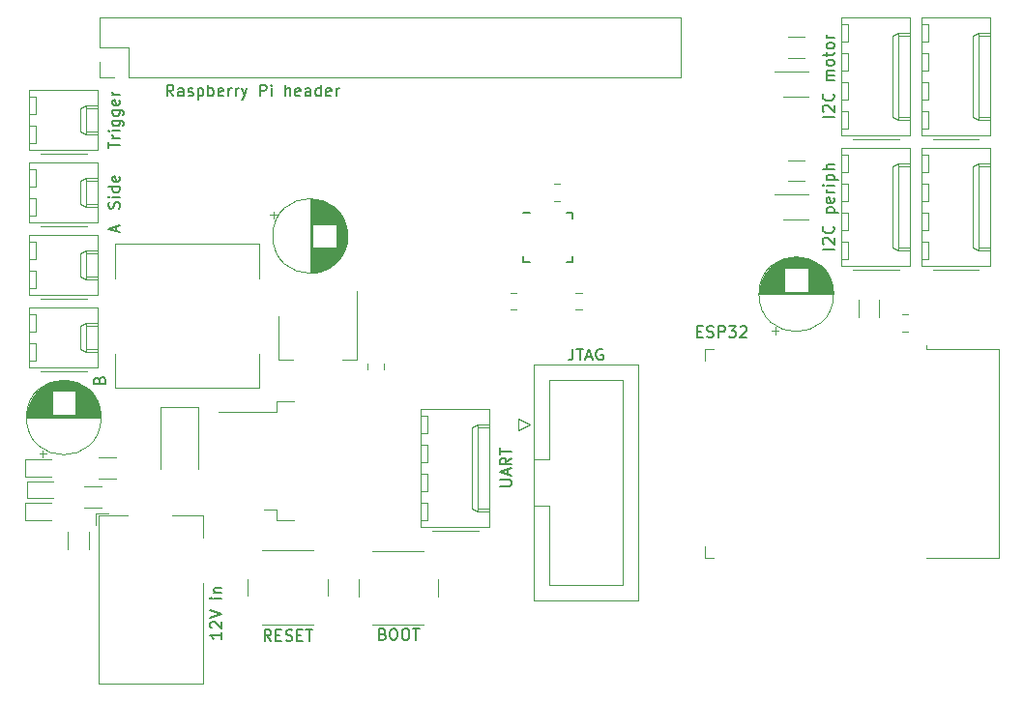
<source format=gbr>
%TF.GenerationSoftware,KiCad,Pcbnew,5.1.9+dfsg1-1*%
%TF.CreationDate,2021-09-29T19:21:48+02:00*%
%TF.ProjectId,main_board,6d61696e-5f62-46f6-9172-642e6b696361,rev?*%
%TF.SameCoordinates,Original*%
%TF.FileFunction,Legend,Top*%
%TF.FilePolarity,Positive*%
%FSLAX46Y46*%
G04 Gerber Fmt 4.6, Leading zero omitted, Abs format (unit mm)*
G04 Created by KiCad (PCBNEW 5.1.9+dfsg1-1) date 2021-09-29 19:21:48*
%MOMM*%
%LPD*%
G01*
G04 APERTURE LIST*
%ADD10C,0.120000*%
%ADD11C,0.150000*%
G04 APERTURE END LIST*
D10*
%TO.C,C1*%
X48355000Y-76855000D02*
G75*
G03*
X48355000Y-76855000I-3270000J0D01*
G01*
X41855000Y-76855000D02*
X48315000Y-76855000D01*
X41855000Y-76815000D02*
X48315000Y-76815000D01*
X41855000Y-76775000D02*
X48315000Y-76775000D01*
X41857000Y-76735000D02*
X48313000Y-76735000D01*
X41858000Y-76695000D02*
X48312000Y-76695000D01*
X41861000Y-76655000D02*
X48309000Y-76655000D01*
X41863000Y-76615000D02*
X44045000Y-76615000D01*
X46125000Y-76615000D02*
X48307000Y-76615000D01*
X41867000Y-76575000D02*
X44045000Y-76575000D01*
X46125000Y-76575000D02*
X48303000Y-76575000D01*
X41870000Y-76535000D02*
X44045000Y-76535000D01*
X46125000Y-76535000D02*
X48300000Y-76535000D01*
X41874000Y-76495000D02*
X44045000Y-76495000D01*
X46125000Y-76495000D02*
X48296000Y-76495000D01*
X41879000Y-76455000D02*
X44045000Y-76455000D01*
X46125000Y-76455000D02*
X48291000Y-76455000D01*
X41884000Y-76415000D02*
X44045000Y-76415000D01*
X46125000Y-76415000D02*
X48286000Y-76415000D01*
X41890000Y-76375000D02*
X44045000Y-76375000D01*
X46125000Y-76375000D02*
X48280000Y-76375000D01*
X41896000Y-76335000D02*
X44045000Y-76335000D01*
X46125000Y-76335000D02*
X48274000Y-76335000D01*
X41903000Y-76295000D02*
X44045000Y-76295000D01*
X46125000Y-76295000D02*
X48267000Y-76295000D01*
X41910000Y-76255000D02*
X44045000Y-76255000D01*
X46125000Y-76255000D02*
X48260000Y-76255000D01*
X41918000Y-76215000D02*
X44045000Y-76215000D01*
X46125000Y-76215000D02*
X48252000Y-76215000D01*
X41926000Y-76175000D02*
X44045000Y-76175000D01*
X46125000Y-76175000D02*
X48244000Y-76175000D01*
X41935000Y-76134000D02*
X44045000Y-76134000D01*
X46125000Y-76134000D02*
X48235000Y-76134000D01*
X41944000Y-76094000D02*
X44045000Y-76094000D01*
X46125000Y-76094000D02*
X48226000Y-76094000D01*
X41954000Y-76054000D02*
X44045000Y-76054000D01*
X46125000Y-76054000D02*
X48216000Y-76054000D01*
X41964000Y-76014000D02*
X44045000Y-76014000D01*
X46125000Y-76014000D02*
X48206000Y-76014000D01*
X41975000Y-75974000D02*
X44045000Y-75974000D01*
X46125000Y-75974000D02*
X48195000Y-75974000D01*
X41987000Y-75934000D02*
X44045000Y-75934000D01*
X46125000Y-75934000D02*
X48183000Y-75934000D01*
X41999000Y-75894000D02*
X44045000Y-75894000D01*
X46125000Y-75894000D02*
X48171000Y-75894000D01*
X42011000Y-75854000D02*
X44045000Y-75854000D01*
X46125000Y-75854000D02*
X48159000Y-75854000D01*
X42024000Y-75814000D02*
X44045000Y-75814000D01*
X46125000Y-75814000D02*
X48146000Y-75814000D01*
X42038000Y-75774000D02*
X44045000Y-75774000D01*
X46125000Y-75774000D02*
X48132000Y-75774000D01*
X42052000Y-75734000D02*
X44045000Y-75734000D01*
X46125000Y-75734000D02*
X48118000Y-75734000D01*
X42067000Y-75694000D02*
X44045000Y-75694000D01*
X46125000Y-75694000D02*
X48103000Y-75694000D01*
X42083000Y-75654000D02*
X44045000Y-75654000D01*
X46125000Y-75654000D02*
X48087000Y-75654000D01*
X42099000Y-75614000D02*
X44045000Y-75614000D01*
X46125000Y-75614000D02*
X48071000Y-75614000D01*
X42115000Y-75574000D02*
X44045000Y-75574000D01*
X46125000Y-75574000D02*
X48055000Y-75574000D01*
X42133000Y-75534000D02*
X44045000Y-75534000D01*
X46125000Y-75534000D02*
X48037000Y-75534000D01*
X42151000Y-75494000D02*
X44045000Y-75494000D01*
X46125000Y-75494000D02*
X48019000Y-75494000D01*
X42169000Y-75454000D02*
X44045000Y-75454000D01*
X46125000Y-75454000D02*
X48001000Y-75454000D01*
X42189000Y-75414000D02*
X44045000Y-75414000D01*
X46125000Y-75414000D02*
X47981000Y-75414000D01*
X42209000Y-75374000D02*
X44045000Y-75374000D01*
X46125000Y-75374000D02*
X47961000Y-75374000D01*
X42229000Y-75334000D02*
X44045000Y-75334000D01*
X46125000Y-75334000D02*
X47941000Y-75334000D01*
X42251000Y-75294000D02*
X44045000Y-75294000D01*
X46125000Y-75294000D02*
X47919000Y-75294000D01*
X42273000Y-75254000D02*
X44045000Y-75254000D01*
X46125000Y-75254000D02*
X47897000Y-75254000D01*
X42295000Y-75214000D02*
X44045000Y-75214000D01*
X46125000Y-75214000D02*
X47875000Y-75214000D01*
X42319000Y-75174000D02*
X44045000Y-75174000D01*
X46125000Y-75174000D02*
X47851000Y-75174000D01*
X42343000Y-75134000D02*
X44045000Y-75134000D01*
X46125000Y-75134000D02*
X47827000Y-75134000D01*
X42369000Y-75094000D02*
X44045000Y-75094000D01*
X46125000Y-75094000D02*
X47801000Y-75094000D01*
X42395000Y-75054000D02*
X44045000Y-75054000D01*
X46125000Y-75054000D02*
X47775000Y-75054000D01*
X42421000Y-75014000D02*
X44045000Y-75014000D01*
X46125000Y-75014000D02*
X47749000Y-75014000D01*
X42449000Y-74974000D02*
X44045000Y-74974000D01*
X46125000Y-74974000D02*
X47721000Y-74974000D01*
X42478000Y-74934000D02*
X44045000Y-74934000D01*
X46125000Y-74934000D02*
X47692000Y-74934000D01*
X42507000Y-74894000D02*
X44045000Y-74894000D01*
X46125000Y-74894000D02*
X47663000Y-74894000D01*
X42537000Y-74854000D02*
X44045000Y-74854000D01*
X46125000Y-74854000D02*
X47633000Y-74854000D01*
X42569000Y-74814000D02*
X44045000Y-74814000D01*
X46125000Y-74814000D02*
X47601000Y-74814000D01*
X42601000Y-74774000D02*
X44045000Y-74774000D01*
X46125000Y-74774000D02*
X47569000Y-74774000D01*
X42635000Y-74734000D02*
X44045000Y-74734000D01*
X46125000Y-74734000D02*
X47535000Y-74734000D01*
X42669000Y-74694000D02*
X44045000Y-74694000D01*
X46125000Y-74694000D02*
X47501000Y-74694000D01*
X42705000Y-74654000D02*
X44045000Y-74654000D01*
X46125000Y-74654000D02*
X47465000Y-74654000D01*
X42742000Y-74614000D02*
X44045000Y-74614000D01*
X46125000Y-74614000D02*
X47428000Y-74614000D01*
X42780000Y-74574000D02*
X44045000Y-74574000D01*
X46125000Y-74574000D02*
X47390000Y-74574000D01*
X42820000Y-74534000D02*
X47350000Y-74534000D01*
X42861000Y-74494000D02*
X47309000Y-74494000D01*
X42903000Y-74454000D02*
X47267000Y-74454000D01*
X42948000Y-74414000D02*
X47222000Y-74414000D01*
X42993000Y-74374000D02*
X47177000Y-74374000D01*
X43041000Y-74334000D02*
X47129000Y-74334000D01*
X43090000Y-74294000D02*
X47080000Y-74294000D01*
X43141000Y-74254000D02*
X47029000Y-74254000D01*
X43195000Y-74214000D02*
X46975000Y-74214000D01*
X43251000Y-74174000D02*
X46919000Y-74174000D01*
X43309000Y-74134000D02*
X46861000Y-74134000D01*
X43371000Y-74094000D02*
X46799000Y-74094000D01*
X43435000Y-74054000D02*
X46735000Y-74054000D01*
X43504000Y-74014000D02*
X46666000Y-74014000D01*
X43576000Y-73974000D02*
X46594000Y-73974000D01*
X43653000Y-73934000D02*
X46517000Y-73934000D01*
X43735000Y-73894000D02*
X46435000Y-73894000D01*
X43823000Y-73854000D02*
X46347000Y-73854000D01*
X43920000Y-73814000D02*
X46250000Y-73814000D01*
X44026000Y-73774000D02*
X46144000Y-73774000D01*
X44145000Y-73734000D02*
X46025000Y-73734000D01*
X44283000Y-73694000D02*
X45887000Y-73694000D01*
X44452000Y-73654000D02*
X45718000Y-73654000D01*
X44683000Y-73614000D02*
X45487000Y-73614000D01*
X43246000Y-80355241D02*
X43246000Y-79725241D01*
X42931000Y-80040241D02*
X43561000Y-80040241D01*
%TO.C,C2*%
X63469759Y-58806000D02*
X63469759Y-59436000D01*
X63154759Y-59121000D02*
X63784759Y-59121000D01*
X69896000Y-60558000D02*
X69896000Y-61362000D01*
X69856000Y-60327000D02*
X69856000Y-61593000D01*
X69816000Y-60158000D02*
X69816000Y-61762000D01*
X69776000Y-60020000D02*
X69776000Y-61900000D01*
X69736000Y-59901000D02*
X69736000Y-62019000D01*
X69696000Y-59795000D02*
X69696000Y-62125000D01*
X69656000Y-59698000D02*
X69656000Y-62222000D01*
X69616000Y-59610000D02*
X69616000Y-62310000D01*
X69576000Y-59528000D02*
X69576000Y-62392000D01*
X69536000Y-59451000D02*
X69536000Y-62469000D01*
X69496000Y-59379000D02*
X69496000Y-62541000D01*
X69456000Y-59310000D02*
X69456000Y-62610000D01*
X69416000Y-59246000D02*
X69416000Y-62674000D01*
X69376000Y-59184000D02*
X69376000Y-62736000D01*
X69336000Y-59126000D02*
X69336000Y-62794000D01*
X69296000Y-59070000D02*
X69296000Y-62850000D01*
X69256000Y-59016000D02*
X69256000Y-62904000D01*
X69216000Y-58965000D02*
X69216000Y-62955000D01*
X69176000Y-58916000D02*
X69176000Y-63004000D01*
X69136000Y-58868000D02*
X69136000Y-63052000D01*
X69096000Y-58823000D02*
X69096000Y-63097000D01*
X69056000Y-58778000D02*
X69056000Y-63142000D01*
X69016000Y-58736000D02*
X69016000Y-63184000D01*
X68976000Y-58695000D02*
X68976000Y-63225000D01*
X68936000Y-62000000D02*
X68936000Y-63265000D01*
X68936000Y-58655000D02*
X68936000Y-59920000D01*
X68896000Y-62000000D02*
X68896000Y-63303000D01*
X68896000Y-58617000D02*
X68896000Y-59920000D01*
X68856000Y-62000000D02*
X68856000Y-63340000D01*
X68856000Y-58580000D02*
X68856000Y-59920000D01*
X68816000Y-62000000D02*
X68816000Y-63376000D01*
X68816000Y-58544000D02*
X68816000Y-59920000D01*
X68776000Y-62000000D02*
X68776000Y-63410000D01*
X68776000Y-58510000D02*
X68776000Y-59920000D01*
X68736000Y-62000000D02*
X68736000Y-63444000D01*
X68736000Y-58476000D02*
X68736000Y-59920000D01*
X68696000Y-62000000D02*
X68696000Y-63476000D01*
X68696000Y-58444000D02*
X68696000Y-59920000D01*
X68656000Y-62000000D02*
X68656000Y-63508000D01*
X68656000Y-58412000D02*
X68656000Y-59920000D01*
X68616000Y-62000000D02*
X68616000Y-63538000D01*
X68616000Y-58382000D02*
X68616000Y-59920000D01*
X68576000Y-62000000D02*
X68576000Y-63567000D01*
X68576000Y-58353000D02*
X68576000Y-59920000D01*
X68536000Y-62000000D02*
X68536000Y-63596000D01*
X68536000Y-58324000D02*
X68536000Y-59920000D01*
X68496000Y-62000000D02*
X68496000Y-63624000D01*
X68496000Y-58296000D02*
X68496000Y-59920000D01*
X68456000Y-62000000D02*
X68456000Y-63650000D01*
X68456000Y-58270000D02*
X68456000Y-59920000D01*
X68416000Y-62000000D02*
X68416000Y-63676000D01*
X68416000Y-58244000D02*
X68416000Y-59920000D01*
X68376000Y-62000000D02*
X68376000Y-63702000D01*
X68376000Y-58218000D02*
X68376000Y-59920000D01*
X68336000Y-62000000D02*
X68336000Y-63726000D01*
X68336000Y-58194000D02*
X68336000Y-59920000D01*
X68296000Y-62000000D02*
X68296000Y-63750000D01*
X68296000Y-58170000D02*
X68296000Y-59920000D01*
X68256000Y-62000000D02*
X68256000Y-63772000D01*
X68256000Y-58148000D02*
X68256000Y-59920000D01*
X68216000Y-62000000D02*
X68216000Y-63794000D01*
X68216000Y-58126000D02*
X68216000Y-59920000D01*
X68176000Y-62000000D02*
X68176000Y-63816000D01*
X68176000Y-58104000D02*
X68176000Y-59920000D01*
X68136000Y-62000000D02*
X68136000Y-63836000D01*
X68136000Y-58084000D02*
X68136000Y-59920000D01*
X68096000Y-62000000D02*
X68096000Y-63856000D01*
X68096000Y-58064000D02*
X68096000Y-59920000D01*
X68056000Y-62000000D02*
X68056000Y-63876000D01*
X68056000Y-58044000D02*
X68056000Y-59920000D01*
X68016000Y-62000000D02*
X68016000Y-63894000D01*
X68016000Y-58026000D02*
X68016000Y-59920000D01*
X67976000Y-62000000D02*
X67976000Y-63912000D01*
X67976000Y-58008000D02*
X67976000Y-59920000D01*
X67936000Y-62000000D02*
X67936000Y-63930000D01*
X67936000Y-57990000D02*
X67936000Y-59920000D01*
X67896000Y-62000000D02*
X67896000Y-63946000D01*
X67896000Y-57974000D02*
X67896000Y-59920000D01*
X67856000Y-62000000D02*
X67856000Y-63962000D01*
X67856000Y-57958000D02*
X67856000Y-59920000D01*
X67816000Y-62000000D02*
X67816000Y-63978000D01*
X67816000Y-57942000D02*
X67816000Y-59920000D01*
X67776000Y-62000000D02*
X67776000Y-63993000D01*
X67776000Y-57927000D02*
X67776000Y-59920000D01*
X67736000Y-62000000D02*
X67736000Y-64007000D01*
X67736000Y-57913000D02*
X67736000Y-59920000D01*
X67696000Y-62000000D02*
X67696000Y-64021000D01*
X67696000Y-57899000D02*
X67696000Y-59920000D01*
X67656000Y-62000000D02*
X67656000Y-64034000D01*
X67656000Y-57886000D02*
X67656000Y-59920000D01*
X67616000Y-62000000D02*
X67616000Y-64046000D01*
X67616000Y-57874000D02*
X67616000Y-59920000D01*
X67576000Y-62000000D02*
X67576000Y-64058000D01*
X67576000Y-57862000D02*
X67576000Y-59920000D01*
X67536000Y-62000000D02*
X67536000Y-64070000D01*
X67536000Y-57850000D02*
X67536000Y-59920000D01*
X67496000Y-62000000D02*
X67496000Y-64081000D01*
X67496000Y-57839000D02*
X67496000Y-59920000D01*
X67456000Y-62000000D02*
X67456000Y-64091000D01*
X67456000Y-57829000D02*
X67456000Y-59920000D01*
X67416000Y-62000000D02*
X67416000Y-64101000D01*
X67416000Y-57819000D02*
X67416000Y-59920000D01*
X67376000Y-62000000D02*
X67376000Y-64110000D01*
X67376000Y-57810000D02*
X67376000Y-59920000D01*
X67335000Y-62000000D02*
X67335000Y-64119000D01*
X67335000Y-57801000D02*
X67335000Y-59920000D01*
X67295000Y-62000000D02*
X67295000Y-64127000D01*
X67295000Y-57793000D02*
X67295000Y-59920000D01*
X67255000Y-62000000D02*
X67255000Y-64135000D01*
X67255000Y-57785000D02*
X67255000Y-59920000D01*
X67215000Y-62000000D02*
X67215000Y-64142000D01*
X67215000Y-57778000D02*
X67215000Y-59920000D01*
X67175000Y-62000000D02*
X67175000Y-64149000D01*
X67175000Y-57771000D02*
X67175000Y-59920000D01*
X67135000Y-62000000D02*
X67135000Y-64155000D01*
X67135000Y-57765000D02*
X67135000Y-59920000D01*
X67095000Y-62000000D02*
X67095000Y-64161000D01*
X67095000Y-57759000D02*
X67095000Y-59920000D01*
X67055000Y-62000000D02*
X67055000Y-64166000D01*
X67055000Y-57754000D02*
X67055000Y-59920000D01*
X67015000Y-62000000D02*
X67015000Y-64171000D01*
X67015000Y-57749000D02*
X67015000Y-59920000D01*
X66975000Y-62000000D02*
X66975000Y-64175000D01*
X66975000Y-57745000D02*
X66975000Y-59920000D01*
X66935000Y-62000000D02*
X66935000Y-64178000D01*
X66935000Y-57742000D02*
X66935000Y-59920000D01*
X66895000Y-62000000D02*
X66895000Y-64182000D01*
X66895000Y-57738000D02*
X66895000Y-59920000D01*
X66855000Y-57736000D02*
X66855000Y-64184000D01*
X66815000Y-57733000D02*
X66815000Y-64187000D01*
X66775000Y-57732000D02*
X66775000Y-64188000D01*
X66735000Y-57730000D02*
X66735000Y-64190000D01*
X66695000Y-57730000D02*
X66695000Y-64190000D01*
X66655000Y-57730000D02*
X66655000Y-64190000D01*
X69925000Y-60960000D02*
G75*
G03*
X69925000Y-60960000I-3270000J0D01*
G01*
%TO.C,C3*%
X73125000Y-72651252D02*
X73125000Y-72128748D01*
X71655000Y-72651252D02*
X71655000Y-72128748D01*
%TO.C,C4*%
X118483748Y-67845000D02*
X119006252Y-67845000D01*
X118483748Y-69315000D02*
X119006252Y-69315000D01*
%TO.C,C5*%
X112490000Y-66060000D02*
G75*
G03*
X112490000Y-66060000I-3270000J0D01*
G01*
X105990000Y-66060000D02*
X112450000Y-66060000D01*
X105990000Y-66020000D02*
X112450000Y-66020000D01*
X105990000Y-65980000D02*
X112450000Y-65980000D01*
X105992000Y-65940000D02*
X112448000Y-65940000D01*
X105993000Y-65900000D02*
X112447000Y-65900000D01*
X105996000Y-65860000D02*
X112444000Y-65860000D01*
X105998000Y-65820000D02*
X108180000Y-65820000D01*
X110260000Y-65820000D02*
X112442000Y-65820000D01*
X106002000Y-65780000D02*
X108180000Y-65780000D01*
X110260000Y-65780000D02*
X112438000Y-65780000D01*
X106005000Y-65740000D02*
X108180000Y-65740000D01*
X110260000Y-65740000D02*
X112435000Y-65740000D01*
X106009000Y-65700000D02*
X108180000Y-65700000D01*
X110260000Y-65700000D02*
X112431000Y-65700000D01*
X106014000Y-65660000D02*
X108180000Y-65660000D01*
X110260000Y-65660000D02*
X112426000Y-65660000D01*
X106019000Y-65620000D02*
X108180000Y-65620000D01*
X110260000Y-65620000D02*
X112421000Y-65620000D01*
X106025000Y-65580000D02*
X108180000Y-65580000D01*
X110260000Y-65580000D02*
X112415000Y-65580000D01*
X106031000Y-65540000D02*
X108180000Y-65540000D01*
X110260000Y-65540000D02*
X112409000Y-65540000D01*
X106038000Y-65500000D02*
X108180000Y-65500000D01*
X110260000Y-65500000D02*
X112402000Y-65500000D01*
X106045000Y-65460000D02*
X108180000Y-65460000D01*
X110260000Y-65460000D02*
X112395000Y-65460000D01*
X106053000Y-65420000D02*
X108180000Y-65420000D01*
X110260000Y-65420000D02*
X112387000Y-65420000D01*
X106061000Y-65380000D02*
X108180000Y-65380000D01*
X110260000Y-65380000D02*
X112379000Y-65380000D01*
X106070000Y-65339000D02*
X108180000Y-65339000D01*
X110260000Y-65339000D02*
X112370000Y-65339000D01*
X106079000Y-65299000D02*
X108180000Y-65299000D01*
X110260000Y-65299000D02*
X112361000Y-65299000D01*
X106089000Y-65259000D02*
X108180000Y-65259000D01*
X110260000Y-65259000D02*
X112351000Y-65259000D01*
X106099000Y-65219000D02*
X108180000Y-65219000D01*
X110260000Y-65219000D02*
X112341000Y-65219000D01*
X106110000Y-65179000D02*
X108180000Y-65179000D01*
X110260000Y-65179000D02*
X112330000Y-65179000D01*
X106122000Y-65139000D02*
X108180000Y-65139000D01*
X110260000Y-65139000D02*
X112318000Y-65139000D01*
X106134000Y-65099000D02*
X108180000Y-65099000D01*
X110260000Y-65099000D02*
X112306000Y-65099000D01*
X106146000Y-65059000D02*
X108180000Y-65059000D01*
X110260000Y-65059000D02*
X112294000Y-65059000D01*
X106159000Y-65019000D02*
X108180000Y-65019000D01*
X110260000Y-65019000D02*
X112281000Y-65019000D01*
X106173000Y-64979000D02*
X108180000Y-64979000D01*
X110260000Y-64979000D02*
X112267000Y-64979000D01*
X106187000Y-64939000D02*
X108180000Y-64939000D01*
X110260000Y-64939000D02*
X112253000Y-64939000D01*
X106202000Y-64899000D02*
X108180000Y-64899000D01*
X110260000Y-64899000D02*
X112238000Y-64899000D01*
X106218000Y-64859000D02*
X108180000Y-64859000D01*
X110260000Y-64859000D02*
X112222000Y-64859000D01*
X106234000Y-64819000D02*
X108180000Y-64819000D01*
X110260000Y-64819000D02*
X112206000Y-64819000D01*
X106250000Y-64779000D02*
X108180000Y-64779000D01*
X110260000Y-64779000D02*
X112190000Y-64779000D01*
X106268000Y-64739000D02*
X108180000Y-64739000D01*
X110260000Y-64739000D02*
X112172000Y-64739000D01*
X106286000Y-64699000D02*
X108180000Y-64699000D01*
X110260000Y-64699000D02*
X112154000Y-64699000D01*
X106304000Y-64659000D02*
X108180000Y-64659000D01*
X110260000Y-64659000D02*
X112136000Y-64659000D01*
X106324000Y-64619000D02*
X108180000Y-64619000D01*
X110260000Y-64619000D02*
X112116000Y-64619000D01*
X106344000Y-64579000D02*
X108180000Y-64579000D01*
X110260000Y-64579000D02*
X112096000Y-64579000D01*
X106364000Y-64539000D02*
X108180000Y-64539000D01*
X110260000Y-64539000D02*
X112076000Y-64539000D01*
X106386000Y-64499000D02*
X108180000Y-64499000D01*
X110260000Y-64499000D02*
X112054000Y-64499000D01*
X106408000Y-64459000D02*
X108180000Y-64459000D01*
X110260000Y-64459000D02*
X112032000Y-64459000D01*
X106430000Y-64419000D02*
X108180000Y-64419000D01*
X110260000Y-64419000D02*
X112010000Y-64419000D01*
X106454000Y-64379000D02*
X108180000Y-64379000D01*
X110260000Y-64379000D02*
X111986000Y-64379000D01*
X106478000Y-64339000D02*
X108180000Y-64339000D01*
X110260000Y-64339000D02*
X111962000Y-64339000D01*
X106504000Y-64299000D02*
X108180000Y-64299000D01*
X110260000Y-64299000D02*
X111936000Y-64299000D01*
X106530000Y-64259000D02*
X108180000Y-64259000D01*
X110260000Y-64259000D02*
X111910000Y-64259000D01*
X106556000Y-64219000D02*
X108180000Y-64219000D01*
X110260000Y-64219000D02*
X111884000Y-64219000D01*
X106584000Y-64179000D02*
X108180000Y-64179000D01*
X110260000Y-64179000D02*
X111856000Y-64179000D01*
X106613000Y-64139000D02*
X108180000Y-64139000D01*
X110260000Y-64139000D02*
X111827000Y-64139000D01*
X106642000Y-64099000D02*
X108180000Y-64099000D01*
X110260000Y-64099000D02*
X111798000Y-64099000D01*
X106672000Y-64059000D02*
X108180000Y-64059000D01*
X110260000Y-64059000D02*
X111768000Y-64059000D01*
X106704000Y-64019000D02*
X108180000Y-64019000D01*
X110260000Y-64019000D02*
X111736000Y-64019000D01*
X106736000Y-63979000D02*
X108180000Y-63979000D01*
X110260000Y-63979000D02*
X111704000Y-63979000D01*
X106770000Y-63939000D02*
X108180000Y-63939000D01*
X110260000Y-63939000D02*
X111670000Y-63939000D01*
X106804000Y-63899000D02*
X108180000Y-63899000D01*
X110260000Y-63899000D02*
X111636000Y-63899000D01*
X106840000Y-63859000D02*
X108180000Y-63859000D01*
X110260000Y-63859000D02*
X111600000Y-63859000D01*
X106877000Y-63819000D02*
X108180000Y-63819000D01*
X110260000Y-63819000D02*
X111563000Y-63819000D01*
X106915000Y-63779000D02*
X108180000Y-63779000D01*
X110260000Y-63779000D02*
X111525000Y-63779000D01*
X106955000Y-63739000D02*
X111485000Y-63739000D01*
X106996000Y-63699000D02*
X111444000Y-63699000D01*
X107038000Y-63659000D02*
X111402000Y-63659000D01*
X107083000Y-63619000D02*
X111357000Y-63619000D01*
X107128000Y-63579000D02*
X111312000Y-63579000D01*
X107176000Y-63539000D02*
X111264000Y-63539000D01*
X107225000Y-63499000D02*
X111215000Y-63499000D01*
X107276000Y-63459000D02*
X111164000Y-63459000D01*
X107330000Y-63419000D02*
X111110000Y-63419000D01*
X107386000Y-63379000D02*
X111054000Y-63379000D01*
X107444000Y-63339000D02*
X110996000Y-63339000D01*
X107506000Y-63299000D02*
X110934000Y-63299000D01*
X107570000Y-63259000D02*
X110870000Y-63259000D01*
X107639000Y-63219000D02*
X110801000Y-63219000D01*
X107711000Y-63179000D02*
X110729000Y-63179000D01*
X107788000Y-63139000D02*
X110652000Y-63139000D01*
X107870000Y-63099000D02*
X110570000Y-63099000D01*
X107958000Y-63059000D02*
X110482000Y-63059000D01*
X108055000Y-63019000D02*
X110385000Y-63019000D01*
X108161000Y-62979000D02*
X110279000Y-62979000D01*
X108280000Y-62939000D02*
X110160000Y-62939000D01*
X108418000Y-62899000D02*
X110022000Y-62899000D01*
X108587000Y-62859000D02*
X109853000Y-62859000D01*
X108818000Y-62819000D02*
X109622000Y-62819000D01*
X107381000Y-69560241D02*
X107381000Y-68930241D01*
X107066000Y-69245241D02*
X107696000Y-69245241D01*
%TO.C,C6*%
X89908748Y-67410000D02*
X90431252Y-67410000D01*
X89908748Y-65940000D02*
X90431252Y-65940000D01*
%TO.C,C7*%
X84193748Y-65940000D02*
X84716252Y-65940000D01*
X84193748Y-67410000D02*
X84716252Y-67410000D01*
%TO.C,C8*%
X88003748Y-56415000D02*
X88526252Y-56415000D01*
X88003748Y-57885000D02*
X88526252Y-57885000D01*
%TO.C,D1*%
X56895000Y-75975000D02*
X53595000Y-75975000D01*
X53595000Y-75975000D02*
X53595000Y-81375000D01*
X56895000Y-75975000D02*
X56895000Y-81375000D01*
%TO.C,D2*%
X41695000Y-82015000D02*
X43980000Y-82015000D01*
X41695000Y-80545000D02*
X41695000Y-82015000D01*
X43980000Y-80545000D02*
X41695000Y-80545000D01*
%TO.C,D3*%
X44132500Y-82450000D02*
X41847500Y-82450000D01*
X41847500Y-82450000D02*
X41847500Y-83920000D01*
X41847500Y-83920000D02*
X44132500Y-83920000D01*
%TO.C,D4*%
X43980000Y-84355000D02*
X41695000Y-84355000D01*
X41695000Y-84355000D02*
X41695000Y-85825000D01*
X41695000Y-85825000D02*
X43980000Y-85825000D01*
%TO.C,12V in*%
X48955000Y-85260000D02*
X47905000Y-85260000D01*
X47905000Y-86310000D02*
X47905000Y-85260000D01*
X57305000Y-91360000D02*
X57305000Y-100160000D01*
X57305000Y-100160000D02*
X48105000Y-100160000D01*
X54605000Y-85460000D02*
X57305000Y-85460000D01*
X57305000Y-85460000D02*
X57305000Y-87360000D01*
X48105000Y-100160000D02*
X48105000Y-85460000D01*
X48105000Y-85460000D02*
X50705000Y-85460000D01*
%TO.C,Raspberry Pi header*%
X99120000Y-47050000D02*
X99120000Y-41850000D01*
X50800000Y-47050000D02*
X99120000Y-47050000D01*
X48200000Y-41850000D02*
X99120000Y-41850000D01*
X50800000Y-47050000D02*
X50800000Y-44450000D01*
X50800000Y-44450000D02*
X48200000Y-44450000D01*
X48200000Y-44450000D02*
X48200000Y-41850000D01*
X49530000Y-47050000D02*
X48200000Y-47050000D01*
X48200000Y-47050000D02*
X48200000Y-45720000D01*
%TO.C,Trigger*%
X42055000Y-53450000D02*
X48075000Y-53450000D01*
X48075000Y-53450000D02*
X48075000Y-48150000D01*
X48075000Y-48150000D02*
X42055000Y-48150000D01*
X42055000Y-48150000D02*
X42055000Y-53450000D01*
X43085000Y-53740000D02*
X47085000Y-53740000D01*
X48075000Y-52070000D02*
X47075000Y-52070000D01*
X47075000Y-52070000D02*
X47075000Y-49530000D01*
X47075000Y-49530000D02*
X48075000Y-49530000D01*
X47075000Y-52070000D02*
X46545000Y-51820000D01*
X46545000Y-51820000D02*
X46545000Y-49780000D01*
X46545000Y-49780000D02*
X47075000Y-49530000D01*
X48075000Y-51820000D02*
X47075000Y-51820000D01*
X48075000Y-49780000D02*
X47075000Y-49780000D01*
X42055000Y-52870000D02*
X42655000Y-52870000D01*
X42655000Y-52870000D02*
X42655000Y-51270000D01*
X42655000Y-51270000D02*
X42055000Y-51270000D01*
X42055000Y-50330000D02*
X42655000Y-50330000D01*
X42655000Y-50330000D02*
X42655000Y-48730000D01*
X42655000Y-48730000D02*
X42055000Y-48730000D01*
%TO.C,Side*%
X42655000Y-55080000D02*
X42055000Y-55080000D01*
X42655000Y-56680000D02*
X42655000Y-55080000D01*
X42055000Y-56680000D02*
X42655000Y-56680000D01*
X42655000Y-57620000D02*
X42055000Y-57620000D01*
X42655000Y-59220000D02*
X42655000Y-57620000D01*
X42055000Y-59220000D02*
X42655000Y-59220000D01*
X48075000Y-56130000D02*
X47075000Y-56130000D01*
X48075000Y-58170000D02*
X47075000Y-58170000D01*
X46545000Y-56130000D02*
X47075000Y-55880000D01*
X46545000Y-58170000D02*
X46545000Y-56130000D01*
X47075000Y-58420000D02*
X46545000Y-58170000D01*
X47075000Y-55880000D02*
X48075000Y-55880000D01*
X47075000Y-58420000D02*
X47075000Y-55880000D01*
X48075000Y-58420000D02*
X47075000Y-58420000D01*
X43085000Y-60090000D02*
X47085000Y-60090000D01*
X42055000Y-54500000D02*
X42055000Y-59800000D01*
X48075000Y-54500000D02*
X42055000Y-54500000D01*
X48075000Y-59800000D02*
X48075000Y-54500000D01*
X42055000Y-59800000D02*
X48075000Y-59800000D01*
%TO.C,A*%
X42055000Y-66150000D02*
X48075000Y-66150000D01*
X48075000Y-66150000D02*
X48075000Y-60850000D01*
X48075000Y-60850000D02*
X42055000Y-60850000D01*
X42055000Y-60850000D02*
X42055000Y-66150000D01*
X43085000Y-66440000D02*
X47085000Y-66440000D01*
X48075000Y-64770000D02*
X47075000Y-64770000D01*
X47075000Y-64770000D02*
X47075000Y-62230000D01*
X47075000Y-62230000D02*
X48075000Y-62230000D01*
X47075000Y-64770000D02*
X46545000Y-64520000D01*
X46545000Y-64520000D02*
X46545000Y-62480000D01*
X46545000Y-62480000D02*
X47075000Y-62230000D01*
X48075000Y-64520000D02*
X47075000Y-64520000D01*
X48075000Y-62480000D02*
X47075000Y-62480000D01*
X42055000Y-65570000D02*
X42655000Y-65570000D01*
X42655000Y-65570000D02*
X42655000Y-63970000D01*
X42655000Y-63970000D02*
X42055000Y-63970000D01*
X42055000Y-63030000D02*
X42655000Y-63030000D01*
X42655000Y-63030000D02*
X42655000Y-61430000D01*
X42655000Y-61430000D02*
X42055000Y-61430000D01*
%TO.C,B*%
X42655000Y-67780000D02*
X42055000Y-67780000D01*
X42655000Y-69380000D02*
X42655000Y-67780000D01*
X42055000Y-69380000D02*
X42655000Y-69380000D01*
X42655000Y-70320000D02*
X42055000Y-70320000D01*
X42655000Y-71920000D02*
X42655000Y-70320000D01*
X42055000Y-71920000D02*
X42655000Y-71920000D01*
X48075000Y-68830000D02*
X47075000Y-68830000D01*
X48075000Y-70870000D02*
X47075000Y-70870000D01*
X46545000Y-68830000D02*
X47075000Y-68580000D01*
X46545000Y-70870000D02*
X46545000Y-68830000D01*
X47075000Y-71120000D02*
X46545000Y-70870000D01*
X47075000Y-68580000D02*
X48075000Y-68580000D01*
X47075000Y-71120000D02*
X47075000Y-68580000D01*
X48075000Y-71120000D02*
X47075000Y-71120000D01*
X43085000Y-72790000D02*
X47085000Y-72790000D01*
X42055000Y-67200000D02*
X42055000Y-72500000D01*
X48075000Y-67200000D02*
X42055000Y-67200000D01*
X48075000Y-72500000D02*
X48075000Y-67200000D01*
X42055000Y-72500000D02*
X48075000Y-72500000D01*
%TO.C,J7*%
X120160000Y-63610000D02*
X126180000Y-63610000D01*
X126180000Y-63610000D02*
X126180000Y-53230000D01*
X126180000Y-53230000D02*
X120160000Y-53230000D01*
X120160000Y-53230000D02*
X120160000Y-63610000D01*
X121190000Y-63900000D02*
X125190000Y-63900000D01*
X126180000Y-62230000D02*
X125180000Y-62230000D01*
X125180000Y-62230000D02*
X125180000Y-54610000D01*
X125180000Y-54610000D02*
X126180000Y-54610000D01*
X125180000Y-62230000D02*
X124650000Y-61980000D01*
X124650000Y-61980000D02*
X124650000Y-54860000D01*
X124650000Y-54860000D02*
X125180000Y-54610000D01*
X126180000Y-61980000D02*
X125180000Y-61980000D01*
X126180000Y-54860000D02*
X125180000Y-54860000D01*
X120160000Y-63030000D02*
X120760000Y-63030000D01*
X120760000Y-63030000D02*
X120760000Y-61430000D01*
X120760000Y-61430000D02*
X120160000Y-61430000D01*
X120160000Y-60490000D02*
X120760000Y-60490000D01*
X120760000Y-60490000D02*
X120760000Y-58890000D01*
X120760000Y-58890000D02*
X120160000Y-58890000D01*
X120160000Y-57950000D02*
X120760000Y-57950000D01*
X120760000Y-57950000D02*
X120760000Y-56350000D01*
X120760000Y-56350000D02*
X120160000Y-56350000D01*
X120160000Y-55410000D02*
X120760000Y-55410000D01*
X120760000Y-55410000D02*
X120760000Y-53810000D01*
X120760000Y-53810000D02*
X120160000Y-53810000D01*
%TO.C,I2C periph*%
X113175000Y-63610000D02*
X119195000Y-63610000D01*
X119195000Y-63610000D02*
X119195000Y-53230000D01*
X119195000Y-53230000D02*
X113175000Y-53230000D01*
X113175000Y-53230000D02*
X113175000Y-63610000D01*
X114205000Y-63900000D02*
X118205000Y-63900000D01*
X119195000Y-62230000D02*
X118195000Y-62230000D01*
X118195000Y-62230000D02*
X118195000Y-54610000D01*
X118195000Y-54610000D02*
X119195000Y-54610000D01*
X118195000Y-62230000D02*
X117665000Y-61980000D01*
X117665000Y-61980000D02*
X117665000Y-54860000D01*
X117665000Y-54860000D02*
X118195000Y-54610000D01*
X119195000Y-61980000D02*
X118195000Y-61980000D01*
X119195000Y-54860000D02*
X118195000Y-54860000D01*
X113175000Y-63030000D02*
X113775000Y-63030000D01*
X113775000Y-63030000D02*
X113775000Y-61430000D01*
X113775000Y-61430000D02*
X113175000Y-61430000D01*
X113175000Y-60490000D02*
X113775000Y-60490000D01*
X113775000Y-60490000D02*
X113775000Y-58890000D01*
X113775000Y-58890000D02*
X113175000Y-58890000D01*
X113175000Y-57950000D02*
X113775000Y-57950000D01*
X113775000Y-57950000D02*
X113775000Y-56350000D01*
X113775000Y-56350000D02*
X113175000Y-56350000D01*
X113175000Y-55410000D02*
X113775000Y-55410000D01*
X113775000Y-55410000D02*
X113775000Y-53810000D01*
X113775000Y-53810000D02*
X113175000Y-53810000D01*
%TO.C,I2C motor*%
X113775000Y-42380000D02*
X113175000Y-42380000D01*
X113775000Y-43980000D02*
X113775000Y-42380000D01*
X113175000Y-43980000D02*
X113775000Y-43980000D01*
X113775000Y-44920000D02*
X113175000Y-44920000D01*
X113775000Y-46520000D02*
X113775000Y-44920000D01*
X113175000Y-46520000D02*
X113775000Y-46520000D01*
X113775000Y-47460000D02*
X113175000Y-47460000D01*
X113775000Y-49060000D02*
X113775000Y-47460000D01*
X113175000Y-49060000D02*
X113775000Y-49060000D01*
X113775000Y-50000000D02*
X113175000Y-50000000D01*
X113775000Y-51600000D02*
X113775000Y-50000000D01*
X113175000Y-51600000D02*
X113775000Y-51600000D01*
X119195000Y-43430000D02*
X118195000Y-43430000D01*
X119195000Y-50550000D02*
X118195000Y-50550000D01*
X117665000Y-43430000D02*
X118195000Y-43180000D01*
X117665000Y-50550000D02*
X117665000Y-43430000D01*
X118195000Y-50800000D02*
X117665000Y-50550000D01*
X118195000Y-43180000D02*
X119195000Y-43180000D01*
X118195000Y-50800000D02*
X118195000Y-43180000D01*
X119195000Y-50800000D02*
X118195000Y-50800000D01*
X114205000Y-52470000D02*
X118205000Y-52470000D01*
X113175000Y-41800000D02*
X113175000Y-52180000D01*
X119195000Y-41800000D02*
X113175000Y-41800000D01*
X119195000Y-52180000D02*
X119195000Y-41800000D01*
X113175000Y-52180000D02*
X119195000Y-52180000D01*
%TO.C,J10*%
X120760000Y-42380000D02*
X120160000Y-42380000D01*
X120760000Y-43980000D02*
X120760000Y-42380000D01*
X120160000Y-43980000D02*
X120760000Y-43980000D01*
X120760000Y-44920000D02*
X120160000Y-44920000D01*
X120760000Y-46520000D02*
X120760000Y-44920000D01*
X120160000Y-46520000D02*
X120760000Y-46520000D01*
X120760000Y-47460000D02*
X120160000Y-47460000D01*
X120760000Y-49060000D02*
X120760000Y-47460000D01*
X120160000Y-49060000D02*
X120760000Y-49060000D01*
X120760000Y-50000000D02*
X120160000Y-50000000D01*
X120760000Y-51600000D02*
X120760000Y-50000000D01*
X120160000Y-51600000D02*
X120760000Y-51600000D01*
X126180000Y-43430000D02*
X125180000Y-43430000D01*
X126180000Y-50550000D02*
X125180000Y-50550000D01*
X124650000Y-43430000D02*
X125180000Y-43180000D01*
X124650000Y-50550000D02*
X124650000Y-43430000D01*
X125180000Y-50800000D02*
X124650000Y-50550000D01*
X125180000Y-43180000D02*
X126180000Y-43180000D01*
X125180000Y-50800000D02*
X125180000Y-43180000D01*
X126180000Y-50800000D02*
X125180000Y-50800000D01*
X121190000Y-52470000D02*
X125190000Y-52470000D01*
X120160000Y-41800000D02*
X120160000Y-52180000D01*
X126180000Y-41800000D02*
X120160000Y-41800000D01*
X126180000Y-52180000D02*
X126180000Y-41800000D01*
X120160000Y-52180000D02*
X126180000Y-52180000D01*
%TO.C,L1*%
X62180000Y-71245000D02*
X62180000Y-74245000D01*
X62180000Y-74245000D02*
X49580000Y-74245000D01*
X49580000Y-74245000D02*
X49580000Y-71245000D01*
X49580000Y-64645000D02*
X49580000Y-61645000D01*
X49580000Y-61645000D02*
X62180000Y-61645000D01*
X62180000Y-61645000D02*
X62180000Y-64645000D01*
%TO.C,R1*%
X48167936Y-82190000D02*
X49622064Y-82190000D01*
X48167936Y-80370000D02*
X49622064Y-80370000D01*
%TO.C,R2*%
X116480000Y-66582936D02*
X116480000Y-68037064D01*
X114660000Y-66582936D02*
X114660000Y-68037064D01*
%TO.C,R3*%
X48352064Y-84730000D02*
X46897936Y-84730000D01*
X48352064Y-82910000D02*
X46897936Y-82910000D01*
%TO.C,R4*%
X47265000Y-88357064D02*
X47265000Y-86902936D01*
X45445000Y-88357064D02*
X45445000Y-86902936D01*
%TO.C,R5*%
X108492936Y-56155000D02*
X109947064Y-56155000D01*
X108492936Y-54335000D02*
X109947064Y-54335000D01*
%TO.C,R6*%
X108492936Y-43540000D02*
X109947064Y-43540000D01*
X108492936Y-45360000D02*
X109947064Y-45360000D01*
%TO.C,RESET*%
X61195000Y-90980000D02*
X61195000Y-92480000D01*
X62445000Y-94980000D02*
X66945000Y-94980000D01*
X68195000Y-92480000D02*
X68195000Y-90980000D01*
X66945000Y-88480000D02*
X62445000Y-88480000D01*
%TO.C,BOOT*%
X72120000Y-95035000D02*
X76620000Y-95035000D01*
X70870000Y-91035000D02*
X70870000Y-92535000D01*
X76620000Y-88535000D02*
X72120000Y-88535000D01*
X77870000Y-92535000D02*
X77870000Y-91035000D01*
%TO.C,U1*%
X65225000Y-75445000D02*
X63725000Y-75445000D01*
X63725000Y-75445000D02*
X63725000Y-76395000D01*
X63725000Y-76395000D02*
X58600000Y-76395000D01*
X65225000Y-85845000D02*
X63725000Y-85845000D01*
X63725000Y-85845000D02*
X63725000Y-84895000D01*
X63725000Y-84895000D02*
X62625000Y-84895000D01*
%TO.C,U2*%
X63900000Y-71760000D02*
X65160000Y-71760000D01*
X70720000Y-71760000D02*
X69460000Y-71760000D01*
X63900000Y-68000000D02*
X63900000Y-71760000D01*
X70720000Y-65750000D02*
X70720000Y-71760000D01*
%TO.C,ESP32*%
X102025000Y-70890000D02*
X101245000Y-70890000D01*
X101245000Y-70890000D02*
X101245000Y-71890000D01*
X102025000Y-89130000D02*
X101245000Y-89130000D01*
X101245000Y-89130000D02*
X101245000Y-88130000D01*
X126990000Y-70890000D02*
X126990000Y-89130000D01*
X126990000Y-89130000D02*
X120570000Y-89130000D01*
X126990000Y-70890000D02*
X120570000Y-70890000D01*
X120570000Y-70890000D02*
X120570000Y-70510000D01*
%TO.C,U4*%
X110320000Y-59520000D02*
X108120000Y-59520000D01*
X110320000Y-57320000D02*
X107320000Y-57320000D01*
%TO.C,U5*%
X110320000Y-46525000D02*
X107320000Y-46525000D01*
X110320000Y-48725000D02*
X108120000Y-48725000D01*
D11*
%TO.C,U6*%
X89640001Y-58940001D02*
X89640001Y-59465001D01*
X85340001Y-63240001D02*
X85340001Y-62715001D01*
X89640001Y-63240001D02*
X89640001Y-62715001D01*
X85340001Y-58940001D02*
X85865001Y-58940001D01*
X85340001Y-63240001D02*
X85865001Y-63240001D01*
X89640001Y-63240001D02*
X89115001Y-63240001D01*
X89640001Y-58940001D02*
X89115001Y-58940001D01*
D10*
%TO.C,JTAG*%
X86245000Y-72260000D02*
X95365000Y-72260000D01*
X95365000Y-72260000D02*
X95365000Y-92840000D01*
X95365000Y-92840000D02*
X86245000Y-92840000D01*
X86245000Y-92840000D02*
X86245000Y-72260000D01*
X86245000Y-80500000D02*
X87555000Y-80500000D01*
X87555000Y-80500000D02*
X87555000Y-73560000D01*
X87555000Y-73560000D02*
X94055000Y-73560000D01*
X94055000Y-73560000D02*
X94055000Y-91540000D01*
X94055000Y-91540000D02*
X87555000Y-91540000D01*
X87555000Y-91540000D02*
X87555000Y-84600000D01*
X87555000Y-84600000D02*
X87555000Y-84600000D01*
X87555000Y-84600000D02*
X86245000Y-84600000D01*
X85855000Y-77470000D02*
X84855000Y-76970000D01*
X84855000Y-76970000D02*
X84855000Y-77970000D01*
X84855000Y-77970000D02*
X85855000Y-77470000D01*
%TO.C,UART*%
X76345000Y-86470000D02*
X82365000Y-86470000D01*
X82365000Y-86470000D02*
X82365000Y-76090000D01*
X82365000Y-76090000D02*
X76345000Y-76090000D01*
X76345000Y-76090000D02*
X76345000Y-86470000D01*
X77375000Y-86760000D02*
X81375000Y-86760000D01*
X82365000Y-85090000D02*
X81365000Y-85090000D01*
X81365000Y-85090000D02*
X81365000Y-77470000D01*
X81365000Y-77470000D02*
X82365000Y-77470000D01*
X81365000Y-85090000D02*
X80835000Y-84840000D01*
X80835000Y-84840000D02*
X80835000Y-77720000D01*
X80835000Y-77720000D02*
X81365000Y-77470000D01*
X82365000Y-84840000D02*
X81365000Y-84840000D01*
X82365000Y-77720000D02*
X81365000Y-77720000D01*
X76345000Y-85890000D02*
X76945000Y-85890000D01*
X76945000Y-85890000D02*
X76945000Y-84290000D01*
X76945000Y-84290000D02*
X76345000Y-84290000D01*
X76345000Y-83350000D02*
X76945000Y-83350000D01*
X76945000Y-83350000D02*
X76945000Y-81750000D01*
X76945000Y-81750000D02*
X76345000Y-81750000D01*
X76345000Y-80810000D02*
X76945000Y-80810000D01*
X76945000Y-80810000D02*
X76945000Y-79210000D01*
X76945000Y-79210000D02*
X76345000Y-79210000D01*
X76345000Y-78270000D02*
X76945000Y-78270000D01*
X76945000Y-78270000D02*
X76945000Y-76670000D01*
X76945000Y-76670000D02*
X76345000Y-76670000D01*
%TO.C,12V in*%
D11*
X58907380Y-95670476D02*
X58907380Y-96241904D01*
X58907380Y-95956190D02*
X57907380Y-95956190D01*
X58050238Y-96051428D01*
X58145476Y-96146666D01*
X58193095Y-96241904D01*
X58002619Y-95289523D02*
X57955000Y-95241904D01*
X57907380Y-95146666D01*
X57907380Y-94908571D01*
X57955000Y-94813333D01*
X58002619Y-94765714D01*
X58097857Y-94718095D01*
X58193095Y-94718095D01*
X58335952Y-94765714D01*
X58907380Y-95337142D01*
X58907380Y-94718095D01*
X57907380Y-94432380D02*
X58907380Y-94099047D01*
X57907380Y-93765714D01*
X58907380Y-92670476D02*
X58240714Y-92670476D01*
X57907380Y-92670476D02*
X57955000Y-92718095D01*
X58002619Y-92670476D01*
X57955000Y-92622857D01*
X57907380Y-92670476D01*
X58002619Y-92670476D01*
X58240714Y-92194285D02*
X58907380Y-92194285D01*
X58335952Y-92194285D02*
X58288333Y-92146666D01*
X58240714Y-92051428D01*
X58240714Y-91908571D01*
X58288333Y-91813333D01*
X58383571Y-91765714D01*
X58907380Y-91765714D01*
%TO.C,Raspberry Pi header*%
X54690238Y-48712380D02*
X54356904Y-48236190D01*
X54118809Y-48712380D02*
X54118809Y-47712380D01*
X54499761Y-47712380D01*
X54595000Y-47760000D01*
X54642619Y-47807619D01*
X54690238Y-47902857D01*
X54690238Y-48045714D01*
X54642619Y-48140952D01*
X54595000Y-48188571D01*
X54499761Y-48236190D01*
X54118809Y-48236190D01*
X55547380Y-48712380D02*
X55547380Y-48188571D01*
X55499761Y-48093333D01*
X55404523Y-48045714D01*
X55214047Y-48045714D01*
X55118809Y-48093333D01*
X55547380Y-48664761D02*
X55452142Y-48712380D01*
X55214047Y-48712380D01*
X55118809Y-48664761D01*
X55071190Y-48569523D01*
X55071190Y-48474285D01*
X55118809Y-48379047D01*
X55214047Y-48331428D01*
X55452142Y-48331428D01*
X55547380Y-48283809D01*
X55975952Y-48664761D02*
X56071190Y-48712380D01*
X56261666Y-48712380D01*
X56356904Y-48664761D01*
X56404523Y-48569523D01*
X56404523Y-48521904D01*
X56356904Y-48426666D01*
X56261666Y-48379047D01*
X56118809Y-48379047D01*
X56023571Y-48331428D01*
X55975952Y-48236190D01*
X55975952Y-48188571D01*
X56023571Y-48093333D01*
X56118809Y-48045714D01*
X56261666Y-48045714D01*
X56356904Y-48093333D01*
X56833095Y-48045714D02*
X56833095Y-49045714D01*
X56833095Y-48093333D02*
X56928333Y-48045714D01*
X57118809Y-48045714D01*
X57214047Y-48093333D01*
X57261666Y-48140952D01*
X57309285Y-48236190D01*
X57309285Y-48521904D01*
X57261666Y-48617142D01*
X57214047Y-48664761D01*
X57118809Y-48712380D01*
X56928333Y-48712380D01*
X56833095Y-48664761D01*
X57737857Y-48712380D02*
X57737857Y-47712380D01*
X57737857Y-48093333D02*
X57833095Y-48045714D01*
X58023571Y-48045714D01*
X58118809Y-48093333D01*
X58166428Y-48140952D01*
X58214047Y-48236190D01*
X58214047Y-48521904D01*
X58166428Y-48617142D01*
X58118809Y-48664761D01*
X58023571Y-48712380D01*
X57833095Y-48712380D01*
X57737857Y-48664761D01*
X59023571Y-48664761D02*
X58928333Y-48712380D01*
X58737857Y-48712380D01*
X58642619Y-48664761D01*
X58595000Y-48569523D01*
X58595000Y-48188571D01*
X58642619Y-48093333D01*
X58737857Y-48045714D01*
X58928333Y-48045714D01*
X59023571Y-48093333D01*
X59071190Y-48188571D01*
X59071190Y-48283809D01*
X58595000Y-48379047D01*
X59499761Y-48712380D02*
X59499761Y-48045714D01*
X59499761Y-48236190D02*
X59547380Y-48140952D01*
X59595000Y-48093333D01*
X59690238Y-48045714D01*
X59785476Y-48045714D01*
X60118809Y-48712380D02*
X60118809Y-48045714D01*
X60118809Y-48236190D02*
X60166428Y-48140952D01*
X60214047Y-48093333D01*
X60309285Y-48045714D01*
X60404523Y-48045714D01*
X60642619Y-48045714D02*
X60880714Y-48712380D01*
X61118809Y-48045714D02*
X60880714Y-48712380D01*
X60785476Y-48950476D01*
X60737857Y-48998095D01*
X60642619Y-49045714D01*
X62261666Y-48712380D02*
X62261666Y-47712380D01*
X62642619Y-47712380D01*
X62737857Y-47760000D01*
X62785476Y-47807619D01*
X62833095Y-47902857D01*
X62833095Y-48045714D01*
X62785476Y-48140952D01*
X62737857Y-48188571D01*
X62642619Y-48236190D01*
X62261666Y-48236190D01*
X63261666Y-48712380D02*
X63261666Y-48045714D01*
X63261666Y-47712380D02*
X63214047Y-47760000D01*
X63261666Y-47807619D01*
X63309285Y-47760000D01*
X63261666Y-47712380D01*
X63261666Y-47807619D01*
X64499761Y-48712380D02*
X64499761Y-47712380D01*
X64928333Y-48712380D02*
X64928333Y-48188571D01*
X64880714Y-48093333D01*
X64785476Y-48045714D01*
X64642619Y-48045714D01*
X64547380Y-48093333D01*
X64499761Y-48140952D01*
X65785476Y-48664761D02*
X65690238Y-48712380D01*
X65499761Y-48712380D01*
X65404523Y-48664761D01*
X65356904Y-48569523D01*
X65356904Y-48188571D01*
X65404523Y-48093333D01*
X65499761Y-48045714D01*
X65690238Y-48045714D01*
X65785476Y-48093333D01*
X65833095Y-48188571D01*
X65833095Y-48283809D01*
X65356904Y-48379047D01*
X66690238Y-48712380D02*
X66690238Y-48188571D01*
X66642619Y-48093333D01*
X66547380Y-48045714D01*
X66356904Y-48045714D01*
X66261666Y-48093333D01*
X66690238Y-48664761D02*
X66595000Y-48712380D01*
X66356904Y-48712380D01*
X66261666Y-48664761D01*
X66214047Y-48569523D01*
X66214047Y-48474285D01*
X66261666Y-48379047D01*
X66356904Y-48331428D01*
X66595000Y-48331428D01*
X66690238Y-48283809D01*
X67595000Y-48712380D02*
X67595000Y-47712380D01*
X67595000Y-48664761D02*
X67499761Y-48712380D01*
X67309285Y-48712380D01*
X67214047Y-48664761D01*
X67166428Y-48617142D01*
X67118809Y-48521904D01*
X67118809Y-48236190D01*
X67166428Y-48140952D01*
X67214047Y-48093333D01*
X67309285Y-48045714D01*
X67499761Y-48045714D01*
X67595000Y-48093333D01*
X68452142Y-48664761D02*
X68356904Y-48712380D01*
X68166428Y-48712380D01*
X68071190Y-48664761D01*
X68023571Y-48569523D01*
X68023571Y-48188571D01*
X68071190Y-48093333D01*
X68166428Y-48045714D01*
X68356904Y-48045714D01*
X68452142Y-48093333D01*
X68499761Y-48188571D01*
X68499761Y-48283809D01*
X68023571Y-48379047D01*
X68928333Y-48712380D02*
X68928333Y-48045714D01*
X68928333Y-48236190D02*
X68975952Y-48140952D01*
X69023571Y-48093333D01*
X69118809Y-48045714D01*
X69214047Y-48045714D01*
%TO.C,Trigger*%
X48982380Y-53276190D02*
X48982380Y-52704761D01*
X49982380Y-52990476D02*
X48982380Y-52990476D01*
X49982380Y-52371428D02*
X49315714Y-52371428D01*
X49506190Y-52371428D02*
X49410952Y-52323809D01*
X49363333Y-52276190D01*
X49315714Y-52180952D01*
X49315714Y-52085714D01*
X49982380Y-51752380D02*
X49315714Y-51752380D01*
X48982380Y-51752380D02*
X49030000Y-51800000D01*
X49077619Y-51752380D01*
X49030000Y-51704761D01*
X48982380Y-51752380D01*
X49077619Y-51752380D01*
X49315714Y-50847619D02*
X50125238Y-50847619D01*
X50220476Y-50895238D01*
X50268095Y-50942857D01*
X50315714Y-51038095D01*
X50315714Y-51180952D01*
X50268095Y-51276190D01*
X49934761Y-50847619D02*
X49982380Y-50942857D01*
X49982380Y-51133333D01*
X49934761Y-51228571D01*
X49887142Y-51276190D01*
X49791904Y-51323809D01*
X49506190Y-51323809D01*
X49410952Y-51276190D01*
X49363333Y-51228571D01*
X49315714Y-51133333D01*
X49315714Y-50942857D01*
X49363333Y-50847619D01*
X49315714Y-49942857D02*
X50125238Y-49942857D01*
X50220476Y-49990476D01*
X50268095Y-50038095D01*
X50315714Y-50133333D01*
X50315714Y-50276190D01*
X50268095Y-50371428D01*
X49934761Y-49942857D02*
X49982380Y-50038095D01*
X49982380Y-50228571D01*
X49934761Y-50323809D01*
X49887142Y-50371428D01*
X49791904Y-50419047D01*
X49506190Y-50419047D01*
X49410952Y-50371428D01*
X49363333Y-50323809D01*
X49315714Y-50228571D01*
X49315714Y-50038095D01*
X49363333Y-49942857D01*
X49934761Y-49085714D02*
X49982380Y-49180952D01*
X49982380Y-49371428D01*
X49934761Y-49466666D01*
X49839523Y-49514285D01*
X49458571Y-49514285D01*
X49363333Y-49466666D01*
X49315714Y-49371428D01*
X49315714Y-49180952D01*
X49363333Y-49085714D01*
X49458571Y-49038095D01*
X49553809Y-49038095D01*
X49649047Y-49514285D01*
X49982380Y-48609523D02*
X49315714Y-48609523D01*
X49506190Y-48609523D02*
X49410952Y-48561904D01*
X49363333Y-48514285D01*
X49315714Y-48419047D01*
X49315714Y-48323809D01*
%TO.C,Side*%
X49934761Y-58554761D02*
X49982380Y-58411904D01*
X49982380Y-58173809D01*
X49934761Y-58078571D01*
X49887142Y-58030952D01*
X49791904Y-57983333D01*
X49696666Y-57983333D01*
X49601428Y-58030952D01*
X49553809Y-58078571D01*
X49506190Y-58173809D01*
X49458571Y-58364285D01*
X49410952Y-58459523D01*
X49363333Y-58507142D01*
X49268095Y-58554761D01*
X49172857Y-58554761D01*
X49077619Y-58507142D01*
X49030000Y-58459523D01*
X48982380Y-58364285D01*
X48982380Y-58126190D01*
X49030000Y-57983333D01*
X49982380Y-57554761D02*
X49315714Y-57554761D01*
X48982380Y-57554761D02*
X49030000Y-57602380D01*
X49077619Y-57554761D01*
X49030000Y-57507142D01*
X48982380Y-57554761D01*
X49077619Y-57554761D01*
X49982380Y-56650000D02*
X48982380Y-56650000D01*
X49934761Y-56650000D02*
X49982380Y-56745238D01*
X49982380Y-56935714D01*
X49934761Y-57030952D01*
X49887142Y-57078571D01*
X49791904Y-57126190D01*
X49506190Y-57126190D01*
X49410952Y-57078571D01*
X49363333Y-57030952D01*
X49315714Y-56935714D01*
X49315714Y-56745238D01*
X49363333Y-56650000D01*
X49934761Y-55792857D02*
X49982380Y-55888095D01*
X49982380Y-56078571D01*
X49934761Y-56173809D01*
X49839523Y-56221428D01*
X49458571Y-56221428D01*
X49363333Y-56173809D01*
X49315714Y-56078571D01*
X49315714Y-55888095D01*
X49363333Y-55792857D01*
X49458571Y-55745238D01*
X49553809Y-55745238D01*
X49649047Y-56221428D01*
%TO.C,A*%
X49696666Y-60563095D02*
X49696666Y-60086904D01*
X49982380Y-60658333D02*
X48982380Y-60325000D01*
X49982380Y-59991666D01*
%TO.C,B*%
X48188571Y-73588571D02*
X48236190Y-73445714D01*
X48283809Y-73398095D01*
X48379047Y-73350476D01*
X48521904Y-73350476D01*
X48617142Y-73398095D01*
X48664761Y-73445714D01*
X48712380Y-73540952D01*
X48712380Y-73921904D01*
X47712380Y-73921904D01*
X47712380Y-73588571D01*
X47760000Y-73493333D01*
X47807619Y-73445714D01*
X47902857Y-73398095D01*
X47998095Y-73398095D01*
X48093333Y-73445714D01*
X48140952Y-73493333D01*
X48188571Y-73588571D01*
X48188571Y-73921904D01*
%TO.C,I2C periph*%
X112537380Y-62110476D02*
X111537380Y-62110476D01*
X111632619Y-61681904D02*
X111585000Y-61634285D01*
X111537380Y-61539047D01*
X111537380Y-61300952D01*
X111585000Y-61205714D01*
X111632619Y-61158095D01*
X111727857Y-61110476D01*
X111823095Y-61110476D01*
X111965952Y-61158095D01*
X112537380Y-61729523D01*
X112537380Y-61110476D01*
X112442142Y-60110476D02*
X112489761Y-60158095D01*
X112537380Y-60300952D01*
X112537380Y-60396190D01*
X112489761Y-60539047D01*
X112394523Y-60634285D01*
X112299285Y-60681904D01*
X112108809Y-60729523D01*
X111965952Y-60729523D01*
X111775476Y-60681904D01*
X111680238Y-60634285D01*
X111585000Y-60539047D01*
X111537380Y-60396190D01*
X111537380Y-60300952D01*
X111585000Y-60158095D01*
X111632619Y-60110476D01*
X111870714Y-58920000D02*
X112870714Y-58920000D01*
X111918333Y-58920000D02*
X111870714Y-58824761D01*
X111870714Y-58634285D01*
X111918333Y-58539047D01*
X111965952Y-58491428D01*
X112061190Y-58443809D01*
X112346904Y-58443809D01*
X112442142Y-58491428D01*
X112489761Y-58539047D01*
X112537380Y-58634285D01*
X112537380Y-58824761D01*
X112489761Y-58920000D01*
X112489761Y-57634285D02*
X112537380Y-57729523D01*
X112537380Y-57920000D01*
X112489761Y-58015238D01*
X112394523Y-58062857D01*
X112013571Y-58062857D01*
X111918333Y-58015238D01*
X111870714Y-57920000D01*
X111870714Y-57729523D01*
X111918333Y-57634285D01*
X112013571Y-57586666D01*
X112108809Y-57586666D01*
X112204047Y-58062857D01*
X112537380Y-57158095D02*
X111870714Y-57158095D01*
X112061190Y-57158095D02*
X111965952Y-57110476D01*
X111918333Y-57062857D01*
X111870714Y-56967619D01*
X111870714Y-56872380D01*
X112537380Y-56539047D02*
X111870714Y-56539047D01*
X111537380Y-56539047D02*
X111585000Y-56586666D01*
X111632619Y-56539047D01*
X111585000Y-56491428D01*
X111537380Y-56539047D01*
X111632619Y-56539047D01*
X111870714Y-56062857D02*
X112870714Y-56062857D01*
X111918333Y-56062857D02*
X111870714Y-55967619D01*
X111870714Y-55777142D01*
X111918333Y-55681904D01*
X111965952Y-55634285D01*
X112061190Y-55586666D01*
X112346904Y-55586666D01*
X112442142Y-55634285D01*
X112489761Y-55681904D01*
X112537380Y-55777142D01*
X112537380Y-55967619D01*
X112489761Y-56062857D01*
X112537380Y-55158095D02*
X111537380Y-55158095D01*
X112537380Y-54729523D02*
X112013571Y-54729523D01*
X111918333Y-54777142D01*
X111870714Y-54872380D01*
X111870714Y-55015238D01*
X111918333Y-55110476D01*
X111965952Y-55158095D01*
%TO.C,I2C motor*%
X112537380Y-50513809D02*
X111537380Y-50513809D01*
X111632619Y-50085238D02*
X111585000Y-50037619D01*
X111537380Y-49942380D01*
X111537380Y-49704285D01*
X111585000Y-49609047D01*
X111632619Y-49561428D01*
X111727857Y-49513809D01*
X111823095Y-49513809D01*
X111965952Y-49561428D01*
X112537380Y-50132857D01*
X112537380Y-49513809D01*
X112442142Y-48513809D02*
X112489761Y-48561428D01*
X112537380Y-48704285D01*
X112537380Y-48799523D01*
X112489761Y-48942380D01*
X112394523Y-49037619D01*
X112299285Y-49085238D01*
X112108809Y-49132857D01*
X111965952Y-49132857D01*
X111775476Y-49085238D01*
X111680238Y-49037619D01*
X111585000Y-48942380D01*
X111537380Y-48799523D01*
X111537380Y-48704285D01*
X111585000Y-48561428D01*
X111632619Y-48513809D01*
X112537380Y-47323333D02*
X111870714Y-47323333D01*
X111965952Y-47323333D02*
X111918333Y-47275714D01*
X111870714Y-47180476D01*
X111870714Y-47037619D01*
X111918333Y-46942380D01*
X112013571Y-46894761D01*
X112537380Y-46894761D01*
X112013571Y-46894761D02*
X111918333Y-46847142D01*
X111870714Y-46751904D01*
X111870714Y-46609047D01*
X111918333Y-46513809D01*
X112013571Y-46466190D01*
X112537380Y-46466190D01*
X112537380Y-45847142D02*
X112489761Y-45942380D01*
X112442142Y-45990000D01*
X112346904Y-46037619D01*
X112061190Y-46037619D01*
X111965952Y-45990000D01*
X111918333Y-45942380D01*
X111870714Y-45847142D01*
X111870714Y-45704285D01*
X111918333Y-45609047D01*
X111965952Y-45561428D01*
X112061190Y-45513809D01*
X112346904Y-45513809D01*
X112442142Y-45561428D01*
X112489761Y-45609047D01*
X112537380Y-45704285D01*
X112537380Y-45847142D01*
X111870714Y-45228095D02*
X111870714Y-44847142D01*
X111537380Y-45085238D02*
X112394523Y-45085238D01*
X112489761Y-45037619D01*
X112537380Y-44942380D01*
X112537380Y-44847142D01*
X112537380Y-44370952D02*
X112489761Y-44466190D01*
X112442142Y-44513809D01*
X112346904Y-44561428D01*
X112061190Y-44561428D01*
X111965952Y-44513809D01*
X111918333Y-44466190D01*
X111870714Y-44370952D01*
X111870714Y-44228095D01*
X111918333Y-44132857D01*
X111965952Y-44085238D01*
X112061190Y-44037619D01*
X112346904Y-44037619D01*
X112442142Y-44085238D01*
X112489761Y-44132857D01*
X112537380Y-44228095D01*
X112537380Y-44370952D01*
X112537380Y-43609047D02*
X111870714Y-43609047D01*
X112061190Y-43609047D02*
X111965952Y-43561428D01*
X111918333Y-43513809D01*
X111870714Y-43418571D01*
X111870714Y-43323333D01*
%TO.C,RESET*%
X63242619Y-96432380D02*
X62909285Y-95956190D01*
X62671190Y-96432380D02*
X62671190Y-95432380D01*
X63052142Y-95432380D01*
X63147380Y-95480000D01*
X63195000Y-95527619D01*
X63242619Y-95622857D01*
X63242619Y-95765714D01*
X63195000Y-95860952D01*
X63147380Y-95908571D01*
X63052142Y-95956190D01*
X62671190Y-95956190D01*
X63671190Y-95908571D02*
X64004523Y-95908571D01*
X64147380Y-96432380D02*
X63671190Y-96432380D01*
X63671190Y-95432380D01*
X64147380Y-95432380D01*
X64528333Y-96384761D02*
X64671190Y-96432380D01*
X64909285Y-96432380D01*
X65004523Y-96384761D01*
X65052142Y-96337142D01*
X65099761Y-96241904D01*
X65099761Y-96146666D01*
X65052142Y-96051428D01*
X65004523Y-96003809D01*
X64909285Y-95956190D01*
X64718809Y-95908571D01*
X64623571Y-95860952D01*
X64575952Y-95813333D01*
X64528333Y-95718095D01*
X64528333Y-95622857D01*
X64575952Y-95527619D01*
X64623571Y-95480000D01*
X64718809Y-95432380D01*
X64956904Y-95432380D01*
X65099761Y-95480000D01*
X65528333Y-95908571D02*
X65861666Y-95908571D01*
X66004523Y-96432380D02*
X65528333Y-96432380D01*
X65528333Y-95432380D01*
X66004523Y-95432380D01*
X66290238Y-95432380D02*
X66861666Y-95432380D01*
X66575952Y-96432380D02*
X66575952Y-95432380D01*
%TO.C,BOOT*%
X73012857Y-95813571D02*
X73155714Y-95861190D01*
X73203333Y-95908809D01*
X73250952Y-96004047D01*
X73250952Y-96146904D01*
X73203333Y-96242142D01*
X73155714Y-96289761D01*
X73060476Y-96337380D01*
X72679523Y-96337380D01*
X72679523Y-95337380D01*
X73012857Y-95337380D01*
X73108095Y-95385000D01*
X73155714Y-95432619D01*
X73203333Y-95527857D01*
X73203333Y-95623095D01*
X73155714Y-95718333D01*
X73108095Y-95765952D01*
X73012857Y-95813571D01*
X72679523Y-95813571D01*
X73870000Y-95337380D02*
X74060476Y-95337380D01*
X74155714Y-95385000D01*
X74250952Y-95480238D01*
X74298571Y-95670714D01*
X74298571Y-96004047D01*
X74250952Y-96194523D01*
X74155714Y-96289761D01*
X74060476Y-96337380D01*
X73870000Y-96337380D01*
X73774761Y-96289761D01*
X73679523Y-96194523D01*
X73631904Y-96004047D01*
X73631904Y-95670714D01*
X73679523Y-95480238D01*
X73774761Y-95385000D01*
X73870000Y-95337380D01*
X74917619Y-95337380D02*
X75108095Y-95337380D01*
X75203333Y-95385000D01*
X75298571Y-95480238D01*
X75346190Y-95670714D01*
X75346190Y-96004047D01*
X75298571Y-96194523D01*
X75203333Y-96289761D01*
X75108095Y-96337380D01*
X74917619Y-96337380D01*
X74822380Y-96289761D01*
X74727142Y-96194523D01*
X74679523Y-96004047D01*
X74679523Y-95670714D01*
X74727142Y-95480238D01*
X74822380Y-95385000D01*
X74917619Y-95337380D01*
X75631904Y-95337380D02*
X76203333Y-95337380D01*
X75917619Y-96337380D02*
X75917619Y-95337380D01*
%TO.C,ESP32*%
X100552142Y-69328571D02*
X100885476Y-69328571D01*
X101028333Y-69852380D02*
X100552142Y-69852380D01*
X100552142Y-68852380D01*
X101028333Y-68852380D01*
X101409285Y-69804761D02*
X101552142Y-69852380D01*
X101790238Y-69852380D01*
X101885476Y-69804761D01*
X101933095Y-69757142D01*
X101980714Y-69661904D01*
X101980714Y-69566666D01*
X101933095Y-69471428D01*
X101885476Y-69423809D01*
X101790238Y-69376190D01*
X101599761Y-69328571D01*
X101504523Y-69280952D01*
X101456904Y-69233333D01*
X101409285Y-69138095D01*
X101409285Y-69042857D01*
X101456904Y-68947619D01*
X101504523Y-68900000D01*
X101599761Y-68852380D01*
X101837857Y-68852380D01*
X101980714Y-68900000D01*
X102409285Y-69852380D02*
X102409285Y-68852380D01*
X102790238Y-68852380D01*
X102885476Y-68900000D01*
X102933095Y-68947619D01*
X102980714Y-69042857D01*
X102980714Y-69185714D01*
X102933095Y-69280952D01*
X102885476Y-69328571D01*
X102790238Y-69376190D01*
X102409285Y-69376190D01*
X103314047Y-68852380D02*
X103933095Y-68852380D01*
X103599761Y-69233333D01*
X103742619Y-69233333D01*
X103837857Y-69280952D01*
X103885476Y-69328571D01*
X103933095Y-69423809D01*
X103933095Y-69661904D01*
X103885476Y-69757142D01*
X103837857Y-69804761D01*
X103742619Y-69852380D01*
X103456904Y-69852380D01*
X103361666Y-69804761D01*
X103314047Y-69757142D01*
X104314047Y-68947619D02*
X104361666Y-68900000D01*
X104456904Y-68852380D01*
X104695000Y-68852380D01*
X104790238Y-68900000D01*
X104837857Y-68947619D01*
X104885476Y-69042857D01*
X104885476Y-69138095D01*
X104837857Y-69280952D01*
X104266428Y-69852380D01*
X104885476Y-69852380D01*
%TO.C,JTAG*%
X89638333Y-70822380D02*
X89638333Y-71536666D01*
X89590714Y-71679523D01*
X89495476Y-71774761D01*
X89352619Y-71822380D01*
X89257380Y-71822380D01*
X89971666Y-70822380D02*
X90543095Y-70822380D01*
X90257380Y-71822380D02*
X90257380Y-70822380D01*
X90828809Y-71536666D02*
X91305000Y-71536666D01*
X90733571Y-71822380D02*
X91066904Y-70822380D01*
X91400238Y-71822380D01*
X92257380Y-70870000D02*
X92162142Y-70822380D01*
X92019285Y-70822380D01*
X91876428Y-70870000D01*
X91781190Y-70965238D01*
X91733571Y-71060476D01*
X91685952Y-71250952D01*
X91685952Y-71393809D01*
X91733571Y-71584285D01*
X91781190Y-71679523D01*
X91876428Y-71774761D01*
X92019285Y-71822380D01*
X92114523Y-71822380D01*
X92257380Y-71774761D01*
X92305000Y-71727142D01*
X92305000Y-71393809D01*
X92114523Y-71393809D01*
%TO.C,UART*%
X83272380Y-82875238D02*
X84081904Y-82875238D01*
X84177142Y-82827619D01*
X84224761Y-82780000D01*
X84272380Y-82684761D01*
X84272380Y-82494285D01*
X84224761Y-82399047D01*
X84177142Y-82351428D01*
X84081904Y-82303809D01*
X83272380Y-82303809D01*
X83986666Y-81875238D02*
X83986666Y-81399047D01*
X84272380Y-81970476D02*
X83272380Y-81637142D01*
X84272380Y-81303809D01*
X84272380Y-80399047D02*
X83796190Y-80732380D01*
X84272380Y-80970476D02*
X83272380Y-80970476D01*
X83272380Y-80589523D01*
X83320000Y-80494285D01*
X83367619Y-80446666D01*
X83462857Y-80399047D01*
X83605714Y-80399047D01*
X83700952Y-80446666D01*
X83748571Y-80494285D01*
X83796190Y-80589523D01*
X83796190Y-80970476D01*
X83272380Y-80113333D02*
X83272380Y-79541904D01*
X84272380Y-79827619D02*
X83272380Y-79827619D01*
%TD*%
M02*

</source>
